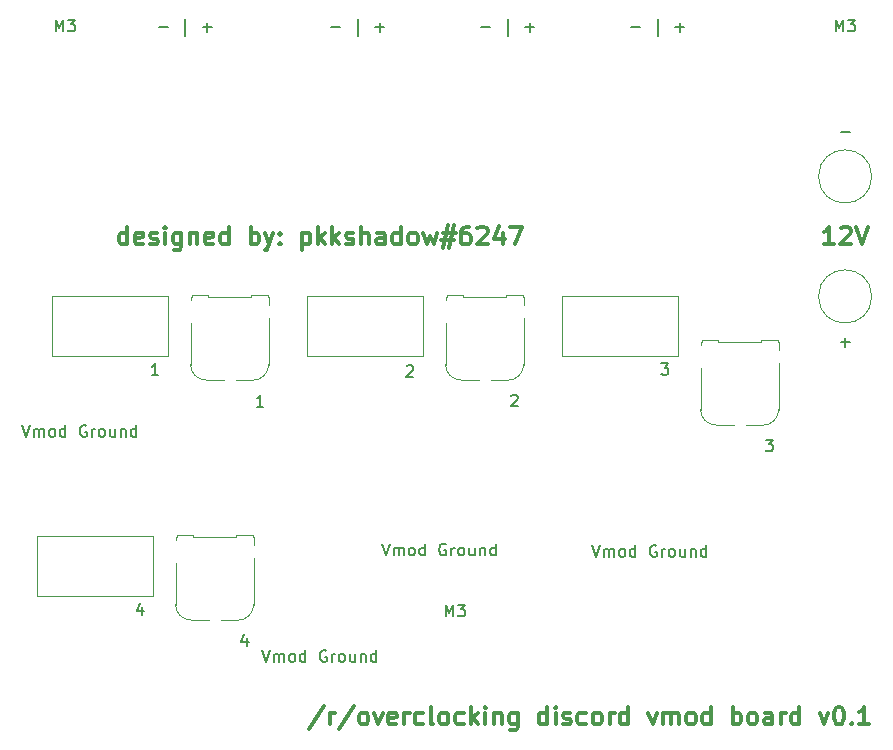
<source format=gbr>
G04 #@! TF.GenerationSoftware,KiCad,Pcbnew,(5.1.2)-1*
G04 #@! TF.CreationDate,2019-06-07T12:24:14-04:00*
G04 #@! TF.ProjectId,volt mod 2,766f6c74-206d-46f6-9420-322e6b696361,rev?*
G04 #@! TF.SameCoordinates,Original*
G04 #@! TF.FileFunction,Legend,Top*
G04 #@! TF.FilePolarity,Positive*
%FSLAX46Y46*%
G04 Gerber Fmt 4.6, Leading zero omitted, Abs format (unit mm)*
G04 Created by KiCad (PCBNEW (5.1.2)-1) date 2019-06-07 12:24:14*
%MOMM*%
%LPD*%
G04 APERTURE LIST*
%ADD10C,0.300000*%
%ADD11C,0.120000*%
%ADD12C,0.150000*%
G04 APERTURE END LIST*
D10*
X34478571Y-140378571D02*
X34478571Y-138878571D01*
X34478571Y-140307142D02*
X34335714Y-140378571D01*
X34050000Y-140378571D01*
X33907142Y-140307142D01*
X33835714Y-140235714D01*
X33764285Y-140092857D01*
X33764285Y-139664285D01*
X33835714Y-139521428D01*
X33907142Y-139450000D01*
X34050000Y-139378571D01*
X34335714Y-139378571D01*
X34478571Y-139450000D01*
X35764285Y-140307142D02*
X35621428Y-140378571D01*
X35335714Y-140378571D01*
X35192857Y-140307142D01*
X35121428Y-140164285D01*
X35121428Y-139592857D01*
X35192857Y-139450000D01*
X35335714Y-139378571D01*
X35621428Y-139378571D01*
X35764285Y-139450000D01*
X35835714Y-139592857D01*
X35835714Y-139735714D01*
X35121428Y-139878571D01*
X36407142Y-140307142D02*
X36550000Y-140378571D01*
X36835714Y-140378571D01*
X36978571Y-140307142D01*
X37050000Y-140164285D01*
X37050000Y-140092857D01*
X36978571Y-139950000D01*
X36835714Y-139878571D01*
X36621428Y-139878571D01*
X36478571Y-139807142D01*
X36407142Y-139664285D01*
X36407142Y-139592857D01*
X36478571Y-139450000D01*
X36621428Y-139378571D01*
X36835714Y-139378571D01*
X36978571Y-139450000D01*
X37692857Y-140378571D02*
X37692857Y-139378571D01*
X37692857Y-138878571D02*
X37621428Y-138950000D01*
X37692857Y-139021428D01*
X37764285Y-138950000D01*
X37692857Y-138878571D01*
X37692857Y-139021428D01*
X39050000Y-139378571D02*
X39050000Y-140592857D01*
X38978571Y-140735714D01*
X38907142Y-140807142D01*
X38764285Y-140878571D01*
X38550000Y-140878571D01*
X38407142Y-140807142D01*
X39050000Y-140307142D02*
X38907142Y-140378571D01*
X38621428Y-140378571D01*
X38478571Y-140307142D01*
X38407142Y-140235714D01*
X38335714Y-140092857D01*
X38335714Y-139664285D01*
X38407142Y-139521428D01*
X38478571Y-139450000D01*
X38621428Y-139378571D01*
X38907142Y-139378571D01*
X39050000Y-139450000D01*
X39764285Y-139378571D02*
X39764285Y-140378571D01*
X39764285Y-139521428D02*
X39835714Y-139450000D01*
X39978571Y-139378571D01*
X40192857Y-139378571D01*
X40335714Y-139450000D01*
X40407142Y-139592857D01*
X40407142Y-140378571D01*
X41692857Y-140307142D02*
X41550000Y-140378571D01*
X41264285Y-140378571D01*
X41121428Y-140307142D01*
X41050000Y-140164285D01*
X41050000Y-139592857D01*
X41121428Y-139450000D01*
X41264285Y-139378571D01*
X41550000Y-139378571D01*
X41692857Y-139450000D01*
X41764285Y-139592857D01*
X41764285Y-139735714D01*
X41050000Y-139878571D01*
X43050000Y-140378571D02*
X43050000Y-138878571D01*
X43050000Y-140307142D02*
X42907142Y-140378571D01*
X42621428Y-140378571D01*
X42478571Y-140307142D01*
X42407142Y-140235714D01*
X42335714Y-140092857D01*
X42335714Y-139664285D01*
X42407142Y-139521428D01*
X42478571Y-139450000D01*
X42621428Y-139378571D01*
X42907142Y-139378571D01*
X43050000Y-139450000D01*
X44907142Y-140378571D02*
X44907142Y-138878571D01*
X44907142Y-139450000D02*
X45050000Y-139378571D01*
X45335714Y-139378571D01*
X45478571Y-139450000D01*
X45550000Y-139521428D01*
X45621428Y-139664285D01*
X45621428Y-140092857D01*
X45550000Y-140235714D01*
X45478571Y-140307142D01*
X45335714Y-140378571D01*
X45050000Y-140378571D01*
X44907142Y-140307142D01*
X46121428Y-139378571D02*
X46478571Y-140378571D01*
X46835714Y-139378571D02*
X46478571Y-140378571D01*
X46335714Y-140735714D01*
X46264285Y-140807142D01*
X46121428Y-140878571D01*
X47407142Y-140235714D02*
X47478571Y-140307142D01*
X47407142Y-140378571D01*
X47335714Y-140307142D01*
X47407142Y-140235714D01*
X47407142Y-140378571D01*
X47407142Y-139450000D02*
X47478571Y-139521428D01*
X47407142Y-139592857D01*
X47335714Y-139521428D01*
X47407142Y-139450000D01*
X47407142Y-139592857D01*
X49264285Y-139378571D02*
X49264285Y-140878571D01*
X49264285Y-139450000D02*
X49407142Y-139378571D01*
X49692857Y-139378571D01*
X49835714Y-139450000D01*
X49907142Y-139521428D01*
X49978571Y-139664285D01*
X49978571Y-140092857D01*
X49907142Y-140235714D01*
X49835714Y-140307142D01*
X49692857Y-140378571D01*
X49407142Y-140378571D01*
X49264285Y-140307142D01*
X50621428Y-140378571D02*
X50621428Y-138878571D01*
X50764285Y-139807142D02*
X51192857Y-140378571D01*
X51192857Y-139378571D02*
X50621428Y-139950000D01*
X51835714Y-140378571D02*
X51835714Y-138878571D01*
X51978571Y-139807142D02*
X52407142Y-140378571D01*
X52407142Y-139378571D02*
X51835714Y-139950000D01*
X52978571Y-140307142D02*
X53121428Y-140378571D01*
X53407142Y-140378571D01*
X53550000Y-140307142D01*
X53621428Y-140164285D01*
X53621428Y-140092857D01*
X53550000Y-139950000D01*
X53407142Y-139878571D01*
X53192857Y-139878571D01*
X53050000Y-139807142D01*
X52978571Y-139664285D01*
X52978571Y-139592857D01*
X53050000Y-139450000D01*
X53192857Y-139378571D01*
X53407142Y-139378571D01*
X53550000Y-139450000D01*
X54264285Y-140378571D02*
X54264285Y-138878571D01*
X54907142Y-140378571D02*
X54907142Y-139592857D01*
X54835714Y-139450000D01*
X54692857Y-139378571D01*
X54478571Y-139378571D01*
X54335714Y-139450000D01*
X54264285Y-139521428D01*
X56264285Y-140378571D02*
X56264285Y-139592857D01*
X56192857Y-139450000D01*
X56050000Y-139378571D01*
X55764285Y-139378571D01*
X55621428Y-139450000D01*
X56264285Y-140307142D02*
X56121428Y-140378571D01*
X55764285Y-140378571D01*
X55621428Y-140307142D01*
X55550000Y-140164285D01*
X55550000Y-140021428D01*
X55621428Y-139878571D01*
X55764285Y-139807142D01*
X56121428Y-139807142D01*
X56264285Y-139735714D01*
X57621428Y-140378571D02*
X57621428Y-138878571D01*
X57621428Y-140307142D02*
X57478571Y-140378571D01*
X57192857Y-140378571D01*
X57050000Y-140307142D01*
X56978571Y-140235714D01*
X56907142Y-140092857D01*
X56907142Y-139664285D01*
X56978571Y-139521428D01*
X57050000Y-139450000D01*
X57192857Y-139378571D01*
X57478571Y-139378571D01*
X57621428Y-139450000D01*
X58550000Y-140378571D02*
X58407142Y-140307142D01*
X58335714Y-140235714D01*
X58264285Y-140092857D01*
X58264285Y-139664285D01*
X58335714Y-139521428D01*
X58407142Y-139450000D01*
X58550000Y-139378571D01*
X58764285Y-139378571D01*
X58907142Y-139450000D01*
X58978571Y-139521428D01*
X59050000Y-139664285D01*
X59050000Y-140092857D01*
X58978571Y-140235714D01*
X58907142Y-140307142D01*
X58764285Y-140378571D01*
X58550000Y-140378571D01*
X59550000Y-139378571D02*
X59835714Y-140378571D01*
X60121428Y-139664285D01*
X60407142Y-140378571D01*
X60692857Y-139378571D01*
X61192857Y-139378571D02*
X62264285Y-139378571D01*
X61621428Y-138735714D02*
X61192857Y-140664285D01*
X62121428Y-140021428D02*
X61050000Y-140021428D01*
X61692857Y-140664285D02*
X62121428Y-138735714D01*
X63407142Y-138878571D02*
X63121428Y-138878571D01*
X62978571Y-138950000D01*
X62907142Y-139021428D01*
X62764285Y-139235714D01*
X62692857Y-139521428D01*
X62692857Y-140092857D01*
X62764285Y-140235714D01*
X62835714Y-140307142D01*
X62978571Y-140378571D01*
X63264285Y-140378571D01*
X63407142Y-140307142D01*
X63478571Y-140235714D01*
X63550000Y-140092857D01*
X63550000Y-139735714D01*
X63478571Y-139592857D01*
X63407142Y-139521428D01*
X63264285Y-139450000D01*
X62978571Y-139450000D01*
X62835714Y-139521428D01*
X62764285Y-139592857D01*
X62692857Y-139735714D01*
X64121428Y-139021428D02*
X64192857Y-138950000D01*
X64335714Y-138878571D01*
X64692857Y-138878571D01*
X64835714Y-138950000D01*
X64907142Y-139021428D01*
X64978571Y-139164285D01*
X64978571Y-139307142D01*
X64907142Y-139521428D01*
X64050000Y-140378571D01*
X64978571Y-140378571D01*
X66264285Y-139378571D02*
X66264285Y-140378571D01*
X65907142Y-138807142D02*
X65550000Y-139878571D01*
X66478571Y-139878571D01*
X66907142Y-138878571D02*
X67907142Y-138878571D01*
X67264285Y-140378571D01*
X51159999Y-179447142D02*
X49874285Y-181375714D01*
X51659999Y-181018571D02*
X51659999Y-180018571D01*
X51659999Y-180304285D02*
X51731428Y-180161428D01*
X51802857Y-180090000D01*
X51945714Y-180018571D01*
X52088571Y-180018571D01*
X53659999Y-179447142D02*
X52374285Y-181375714D01*
X54374285Y-181018571D02*
X54231428Y-180947142D01*
X54159999Y-180875714D01*
X54088571Y-180732857D01*
X54088571Y-180304285D01*
X54159999Y-180161428D01*
X54231428Y-180090000D01*
X54374285Y-180018571D01*
X54588571Y-180018571D01*
X54731428Y-180090000D01*
X54802857Y-180161428D01*
X54874285Y-180304285D01*
X54874285Y-180732857D01*
X54802857Y-180875714D01*
X54731428Y-180947142D01*
X54588571Y-181018571D01*
X54374285Y-181018571D01*
X55374285Y-180018571D02*
X55731428Y-181018571D01*
X56088571Y-180018571D01*
X57231428Y-180947142D02*
X57088571Y-181018571D01*
X56802857Y-181018571D01*
X56659999Y-180947142D01*
X56588571Y-180804285D01*
X56588571Y-180232857D01*
X56659999Y-180090000D01*
X56802857Y-180018571D01*
X57088571Y-180018571D01*
X57231428Y-180090000D01*
X57302857Y-180232857D01*
X57302857Y-180375714D01*
X56588571Y-180518571D01*
X57945714Y-181018571D02*
X57945714Y-180018571D01*
X57945714Y-180304285D02*
X58017142Y-180161428D01*
X58088571Y-180090000D01*
X58231428Y-180018571D01*
X58374285Y-180018571D01*
X59517142Y-180947142D02*
X59374285Y-181018571D01*
X59088571Y-181018571D01*
X58945714Y-180947142D01*
X58874285Y-180875714D01*
X58802857Y-180732857D01*
X58802857Y-180304285D01*
X58874285Y-180161428D01*
X58945714Y-180090000D01*
X59088571Y-180018571D01*
X59374285Y-180018571D01*
X59517142Y-180090000D01*
X60374285Y-181018571D02*
X60231428Y-180947142D01*
X60159999Y-180804285D01*
X60159999Y-179518571D01*
X61159999Y-181018571D02*
X61017142Y-180947142D01*
X60945714Y-180875714D01*
X60874285Y-180732857D01*
X60874285Y-180304285D01*
X60945714Y-180161428D01*
X61017142Y-180090000D01*
X61159999Y-180018571D01*
X61374285Y-180018571D01*
X61517142Y-180090000D01*
X61588571Y-180161428D01*
X61659999Y-180304285D01*
X61659999Y-180732857D01*
X61588571Y-180875714D01*
X61517142Y-180947142D01*
X61374285Y-181018571D01*
X61159999Y-181018571D01*
X62945714Y-180947142D02*
X62802857Y-181018571D01*
X62517142Y-181018571D01*
X62374285Y-180947142D01*
X62302857Y-180875714D01*
X62231428Y-180732857D01*
X62231428Y-180304285D01*
X62302857Y-180161428D01*
X62374285Y-180090000D01*
X62517142Y-180018571D01*
X62802857Y-180018571D01*
X62945714Y-180090000D01*
X63588571Y-181018571D02*
X63588571Y-179518571D01*
X63731428Y-180447142D02*
X64159999Y-181018571D01*
X64159999Y-180018571D02*
X63588571Y-180590000D01*
X64802857Y-181018571D02*
X64802857Y-180018571D01*
X64802857Y-179518571D02*
X64731428Y-179590000D01*
X64802857Y-179661428D01*
X64874285Y-179590000D01*
X64802857Y-179518571D01*
X64802857Y-179661428D01*
X65517142Y-180018571D02*
X65517142Y-181018571D01*
X65517142Y-180161428D02*
X65588571Y-180090000D01*
X65731428Y-180018571D01*
X65945714Y-180018571D01*
X66088571Y-180090000D01*
X66159999Y-180232857D01*
X66159999Y-181018571D01*
X67517142Y-180018571D02*
X67517142Y-181232857D01*
X67445714Y-181375714D01*
X67374285Y-181447142D01*
X67231428Y-181518571D01*
X67017142Y-181518571D01*
X66874285Y-181447142D01*
X67517142Y-180947142D02*
X67374285Y-181018571D01*
X67088571Y-181018571D01*
X66945714Y-180947142D01*
X66874285Y-180875714D01*
X66802857Y-180732857D01*
X66802857Y-180304285D01*
X66874285Y-180161428D01*
X66945714Y-180090000D01*
X67088571Y-180018571D01*
X67374285Y-180018571D01*
X67517142Y-180090000D01*
X70017142Y-181018571D02*
X70017142Y-179518571D01*
X70017142Y-180947142D02*
X69874285Y-181018571D01*
X69588571Y-181018571D01*
X69445714Y-180947142D01*
X69374285Y-180875714D01*
X69302857Y-180732857D01*
X69302857Y-180304285D01*
X69374285Y-180161428D01*
X69445714Y-180090000D01*
X69588571Y-180018571D01*
X69874285Y-180018571D01*
X70017142Y-180090000D01*
X70731428Y-181018571D02*
X70731428Y-180018571D01*
X70731428Y-179518571D02*
X70660000Y-179590000D01*
X70731428Y-179661428D01*
X70802857Y-179590000D01*
X70731428Y-179518571D01*
X70731428Y-179661428D01*
X71374285Y-180947142D02*
X71517142Y-181018571D01*
X71802857Y-181018571D01*
X71945714Y-180947142D01*
X72017142Y-180804285D01*
X72017142Y-180732857D01*
X71945714Y-180590000D01*
X71802857Y-180518571D01*
X71588571Y-180518571D01*
X71445714Y-180447142D01*
X71374285Y-180304285D01*
X71374285Y-180232857D01*
X71445714Y-180090000D01*
X71588571Y-180018571D01*
X71802857Y-180018571D01*
X71945714Y-180090000D01*
X73302857Y-180947142D02*
X73160000Y-181018571D01*
X72874285Y-181018571D01*
X72731428Y-180947142D01*
X72660000Y-180875714D01*
X72588571Y-180732857D01*
X72588571Y-180304285D01*
X72660000Y-180161428D01*
X72731428Y-180090000D01*
X72874285Y-180018571D01*
X73160000Y-180018571D01*
X73302857Y-180090000D01*
X74160000Y-181018571D02*
X74017142Y-180947142D01*
X73945714Y-180875714D01*
X73874285Y-180732857D01*
X73874285Y-180304285D01*
X73945714Y-180161428D01*
X74017142Y-180090000D01*
X74160000Y-180018571D01*
X74374285Y-180018571D01*
X74517142Y-180090000D01*
X74588571Y-180161428D01*
X74660000Y-180304285D01*
X74660000Y-180732857D01*
X74588571Y-180875714D01*
X74517142Y-180947142D01*
X74374285Y-181018571D01*
X74160000Y-181018571D01*
X75302857Y-181018571D02*
X75302857Y-180018571D01*
X75302857Y-180304285D02*
X75374285Y-180161428D01*
X75445714Y-180090000D01*
X75588571Y-180018571D01*
X75731428Y-180018571D01*
X76874285Y-181018571D02*
X76874285Y-179518571D01*
X76874285Y-180947142D02*
X76731428Y-181018571D01*
X76445714Y-181018571D01*
X76302857Y-180947142D01*
X76231428Y-180875714D01*
X76160000Y-180732857D01*
X76160000Y-180304285D01*
X76231428Y-180161428D01*
X76302857Y-180090000D01*
X76445714Y-180018571D01*
X76731428Y-180018571D01*
X76874285Y-180090000D01*
X78588571Y-180018571D02*
X78945714Y-181018571D01*
X79302857Y-180018571D01*
X79874285Y-181018571D02*
X79874285Y-180018571D01*
X79874285Y-180161428D02*
X79945714Y-180090000D01*
X80088571Y-180018571D01*
X80302857Y-180018571D01*
X80445714Y-180090000D01*
X80517142Y-180232857D01*
X80517142Y-181018571D01*
X80517142Y-180232857D02*
X80588571Y-180090000D01*
X80731428Y-180018571D01*
X80945714Y-180018571D01*
X81088571Y-180090000D01*
X81160000Y-180232857D01*
X81160000Y-181018571D01*
X82088571Y-181018571D02*
X81945714Y-180947142D01*
X81874285Y-180875714D01*
X81802857Y-180732857D01*
X81802857Y-180304285D01*
X81874285Y-180161428D01*
X81945714Y-180090000D01*
X82088571Y-180018571D01*
X82302857Y-180018571D01*
X82445714Y-180090000D01*
X82517142Y-180161428D01*
X82588571Y-180304285D01*
X82588571Y-180732857D01*
X82517142Y-180875714D01*
X82445714Y-180947142D01*
X82302857Y-181018571D01*
X82088571Y-181018571D01*
X83874285Y-181018571D02*
X83874285Y-179518571D01*
X83874285Y-180947142D02*
X83731428Y-181018571D01*
X83445714Y-181018571D01*
X83302857Y-180947142D01*
X83231428Y-180875714D01*
X83160000Y-180732857D01*
X83160000Y-180304285D01*
X83231428Y-180161428D01*
X83302857Y-180090000D01*
X83445714Y-180018571D01*
X83731428Y-180018571D01*
X83874285Y-180090000D01*
X85731428Y-181018571D02*
X85731428Y-179518571D01*
X85731428Y-180090000D02*
X85874285Y-180018571D01*
X86160000Y-180018571D01*
X86302857Y-180090000D01*
X86374285Y-180161428D01*
X86445714Y-180304285D01*
X86445714Y-180732857D01*
X86374285Y-180875714D01*
X86302857Y-180947142D01*
X86160000Y-181018571D01*
X85874285Y-181018571D01*
X85731428Y-180947142D01*
X87302857Y-181018571D02*
X87160000Y-180947142D01*
X87088571Y-180875714D01*
X87017142Y-180732857D01*
X87017142Y-180304285D01*
X87088571Y-180161428D01*
X87160000Y-180090000D01*
X87302857Y-180018571D01*
X87517142Y-180018571D01*
X87660000Y-180090000D01*
X87731428Y-180161428D01*
X87802857Y-180304285D01*
X87802857Y-180732857D01*
X87731428Y-180875714D01*
X87660000Y-180947142D01*
X87517142Y-181018571D01*
X87302857Y-181018571D01*
X89088571Y-181018571D02*
X89088571Y-180232857D01*
X89017142Y-180090000D01*
X88874285Y-180018571D01*
X88588571Y-180018571D01*
X88445714Y-180090000D01*
X89088571Y-180947142D02*
X88945714Y-181018571D01*
X88588571Y-181018571D01*
X88445714Y-180947142D01*
X88374285Y-180804285D01*
X88374285Y-180661428D01*
X88445714Y-180518571D01*
X88588571Y-180447142D01*
X88945714Y-180447142D01*
X89088571Y-180375714D01*
X89802857Y-181018571D02*
X89802857Y-180018571D01*
X89802857Y-180304285D02*
X89874285Y-180161428D01*
X89945714Y-180090000D01*
X90088571Y-180018571D01*
X90231428Y-180018571D01*
X91374285Y-181018571D02*
X91374285Y-179518571D01*
X91374285Y-180947142D02*
X91231428Y-181018571D01*
X90945714Y-181018571D01*
X90802857Y-180947142D01*
X90731428Y-180875714D01*
X90660000Y-180732857D01*
X90660000Y-180304285D01*
X90731428Y-180161428D01*
X90802857Y-180090000D01*
X90945714Y-180018571D01*
X91231428Y-180018571D01*
X91374285Y-180090000D01*
X93088571Y-180018571D02*
X93445714Y-181018571D01*
X93802857Y-180018571D01*
X94660000Y-179518571D02*
X94802857Y-179518571D01*
X94945714Y-179590000D01*
X95017142Y-179661428D01*
X95088571Y-179804285D01*
X95160000Y-180090000D01*
X95160000Y-180447142D01*
X95088571Y-180732857D01*
X95017142Y-180875714D01*
X94945714Y-180947142D01*
X94802857Y-181018571D01*
X94660000Y-181018571D01*
X94517142Y-180947142D01*
X94445714Y-180875714D01*
X94374285Y-180732857D01*
X94302857Y-180447142D01*
X94302857Y-180090000D01*
X94374285Y-179804285D01*
X94445714Y-179661428D01*
X94517142Y-179590000D01*
X94660000Y-179518571D01*
X95802857Y-180875714D02*
X95874285Y-180947142D01*
X95802857Y-181018571D01*
X95731428Y-180947142D01*
X95802857Y-180875714D01*
X95802857Y-181018571D01*
X97302857Y-181018571D02*
X96445714Y-181018571D01*
X96874285Y-181018571D02*
X96874285Y-179518571D01*
X96731428Y-179732857D01*
X96588571Y-179875714D01*
X96445714Y-179947142D01*
X94321428Y-140378571D02*
X93464285Y-140378571D01*
X93892857Y-140378571D02*
X93892857Y-138878571D01*
X93750000Y-139092857D01*
X93607142Y-139235714D01*
X93464285Y-139307142D01*
X94892857Y-139021428D02*
X94964285Y-138950000D01*
X95107142Y-138878571D01*
X95464285Y-138878571D01*
X95607142Y-138950000D01*
X95678571Y-139021428D01*
X95750000Y-139164285D01*
X95750000Y-139307142D01*
X95678571Y-139521428D01*
X94821428Y-140378571D01*
X95750000Y-140378571D01*
X96178571Y-138878571D02*
X96678571Y-140378571D01*
X97178571Y-138878571D01*
D11*
X36635000Y-170170000D02*
X26865000Y-170170000D01*
X36635000Y-165100000D02*
X26865000Y-165100000D01*
X36635000Y-170170000D02*
X36635000Y-165100000D01*
X26865000Y-170170000D02*
X26865000Y-165100000D01*
X81085000Y-149850000D02*
X71315000Y-149850000D01*
X81085000Y-144780000D02*
X71315000Y-144780000D01*
X81085000Y-149850000D02*
X81085000Y-144780000D01*
X71315000Y-149850000D02*
X71315000Y-144780000D01*
X59495000Y-149850000D02*
X49725000Y-149850000D01*
X59495000Y-144780000D02*
X49725000Y-144780000D01*
X59495000Y-149850000D02*
X59495000Y-144780000D01*
X49725000Y-149850000D02*
X49725000Y-144780000D01*
X28135000Y-149850000D02*
X28135000Y-144780000D01*
X37905000Y-149850000D02*
X37905000Y-144780000D01*
X37905000Y-144780000D02*
X28135000Y-144780000D01*
X37905000Y-149850000D02*
X28135000Y-149850000D01*
X45180000Y-165160000D02*
X45180000Y-165850000D01*
X45080000Y-165160000D02*
X45180000Y-165160000D01*
X38560000Y-165160000D02*
X38560000Y-165410000D01*
X38660000Y-165160000D02*
X38560000Y-165160000D01*
X38660000Y-164960000D02*
X38660000Y-165160000D01*
X40080000Y-165160000D02*
X40080000Y-164960000D01*
X45180000Y-170870000D02*
G75*
G02X43870000Y-172180000I-1310000J0D01*
G01*
X39870000Y-172180000D02*
G75*
G02X38560000Y-170870000I0J1310000D01*
G01*
X43870000Y-172180000D02*
X42380000Y-172180000D01*
X45180000Y-166890000D02*
X45180000Y-170870000D01*
X38560000Y-170870000D02*
X38560000Y-167330000D01*
X41360000Y-172180000D02*
X39870000Y-172180000D01*
X45080000Y-164960000D02*
X45080000Y-165160000D01*
X43660000Y-164960000D02*
X45080000Y-164960000D01*
X43660000Y-165160000D02*
X43660000Y-164960000D01*
X40080000Y-165160000D02*
X43660000Y-165160000D01*
X38660000Y-164960000D02*
X40080000Y-164960000D01*
X89630000Y-148650000D02*
X89630000Y-149340000D01*
X89530000Y-148650000D02*
X89630000Y-148650000D01*
X83010000Y-148650000D02*
X83010000Y-148900000D01*
X83110000Y-148650000D02*
X83010000Y-148650000D01*
X83110000Y-148450000D02*
X83110000Y-148650000D01*
X84530000Y-148650000D02*
X84530000Y-148450000D01*
X89630000Y-154360000D02*
G75*
G02X88320000Y-155670000I-1310000J0D01*
G01*
X84320000Y-155670000D02*
G75*
G02X83010000Y-154360000I0J1310000D01*
G01*
X88320000Y-155670000D02*
X86830000Y-155670000D01*
X89630000Y-150380000D02*
X89630000Y-154360000D01*
X83010000Y-154360000D02*
X83010000Y-150820000D01*
X85810000Y-155670000D02*
X84320000Y-155670000D01*
X89530000Y-148450000D02*
X89530000Y-148650000D01*
X88110000Y-148450000D02*
X89530000Y-148450000D01*
X88110000Y-148650000D02*
X88110000Y-148450000D01*
X84530000Y-148650000D02*
X88110000Y-148650000D01*
X83110000Y-148450000D02*
X84530000Y-148450000D01*
X68040000Y-144840000D02*
X68040000Y-145530000D01*
X67940000Y-144840000D02*
X68040000Y-144840000D01*
X61420000Y-144840000D02*
X61420000Y-145090000D01*
X61520000Y-144840000D02*
X61420000Y-144840000D01*
X61520000Y-144640000D02*
X61520000Y-144840000D01*
X62940000Y-144840000D02*
X62940000Y-144640000D01*
X68040000Y-150550000D02*
G75*
G02X66730000Y-151860000I-1310000J0D01*
G01*
X62730000Y-151860000D02*
G75*
G02X61420000Y-150550000I0J1310000D01*
G01*
X66730000Y-151860000D02*
X65240000Y-151860000D01*
X68040000Y-146570000D02*
X68040000Y-150550000D01*
X61420000Y-150550000D02*
X61420000Y-147010000D01*
X64220000Y-151860000D02*
X62730000Y-151860000D01*
X67940000Y-144640000D02*
X67940000Y-144840000D01*
X66520000Y-144640000D02*
X67940000Y-144640000D01*
X66520000Y-144840000D02*
X66520000Y-144640000D01*
X62940000Y-144840000D02*
X66520000Y-144840000D01*
X61520000Y-144640000D02*
X62940000Y-144640000D01*
X97500000Y-144780000D02*
G75*
G03X97500000Y-144780000I-2250000J0D01*
G01*
X39930000Y-144640000D02*
X41350000Y-144640000D01*
X41350000Y-144840000D02*
X44930000Y-144840000D01*
X44930000Y-144840000D02*
X44930000Y-144640000D01*
X44930000Y-144640000D02*
X46350000Y-144640000D01*
X46350000Y-144640000D02*
X46350000Y-144840000D01*
X42630000Y-151860000D02*
X41140000Y-151860000D01*
X39830000Y-150550000D02*
X39830000Y-147010000D01*
X46450000Y-146570000D02*
X46450000Y-150550000D01*
X45140000Y-151860000D02*
X43650000Y-151860000D01*
X41140000Y-151860000D02*
G75*
G02X39830000Y-150550000I0J1310000D01*
G01*
X46450000Y-150550000D02*
G75*
G02X45140000Y-151860000I-1310000J0D01*
G01*
X41350000Y-144840000D02*
X41350000Y-144640000D01*
X39930000Y-144640000D02*
X39930000Y-144840000D01*
X39930000Y-144840000D02*
X39830000Y-144840000D01*
X39830000Y-144840000D02*
X39830000Y-145090000D01*
X46350000Y-144840000D02*
X46450000Y-144840000D01*
X46450000Y-144840000D02*
X46450000Y-145530000D01*
X97500000Y-134620000D02*
G75*
G03X97500000Y-134620000I-2250000J0D01*
G01*
D12*
X73835238Y-165822380D02*
X74168571Y-166822380D01*
X74501904Y-165822380D01*
X74835238Y-166822380D02*
X74835238Y-166155714D01*
X74835238Y-166250952D02*
X74882857Y-166203333D01*
X74978095Y-166155714D01*
X75120952Y-166155714D01*
X75216190Y-166203333D01*
X75263809Y-166298571D01*
X75263809Y-166822380D01*
X75263809Y-166298571D02*
X75311428Y-166203333D01*
X75406666Y-166155714D01*
X75549523Y-166155714D01*
X75644761Y-166203333D01*
X75692380Y-166298571D01*
X75692380Y-166822380D01*
X76311428Y-166822380D02*
X76216190Y-166774761D01*
X76168571Y-166727142D01*
X76120952Y-166631904D01*
X76120952Y-166346190D01*
X76168571Y-166250952D01*
X76216190Y-166203333D01*
X76311428Y-166155714D01*
X76454285Y-166155714D01*
X76549523Y-166203333D01*
X76597142Y-166250952D01*
X76644761Y-166346190D01*
X76644761Y-166631904D01*
X76597142Y-166727142D01*
X76549523Y-166774761D01*
X76454285Y-166822380D01*
X76311428Y-166822380D01*
X77501904Y-166822380D02*
X77501904Y-165822380D01*
X77501904Y-166774761D02*
X77406666Y-166822380D01*
X77216190Y-166822380D01*
X77120952Y-166774761D01*
X77073333Y-166727142D01*
X77025714Y-166631904D01*
X77025714Y-166346190D01*
X77073333Y-166250952D01*
X77120952Y-166203333D01*
X77216190Y-166155714D01*
X77406666Y-166155714D01*
X77501904Y-166203333D01*
X79263809Y-165870000D02*
X79168571Y-165822380D01*
X79025714Y-165822380D01*
X78882857Y-165870000D01*
X78787619Y-165965238D01*
X78740000Y-166060476D01*
X78692380Y-166250952D01*
X78692380Y-166393809D01*
X78740000Y-166584285D01*
X78787619Y-166679523D01*
X78882857Y-166774761D01*
X79025714Y-166822380D01*
X79120952Y-166822380D01*
X79263809Y-166774761D01*
X79311428Y-166727142D01*
X79311428Y-166393809D01*
X79120952Y-166393809D01*
X79740000Y-166822380D02*
X79740000Y-166155714D01*
X79740000Y-166346190D02*
X79787619Y-166250952D01*
X79835238Y-166203333D01*
X79930476Y-166155714D01*
X80025714Y-166155714D01*
X80501904Y-166822380D02*
X80406666Y-166774761D01*
X80359047Y-166727142D01*
X80311428Y-166631904D01*
X80311428Y-166346190D01*
X80359047Y-166250952D01*
X80406666Y-166203333D01*
X80501904Y-166155714D01*
X80644761Y-166155714D01*
X80740000Y-166203333D01*
X80787619Y-166250952D01*
X80835238Y-166346190D01*
X80835238Y-166631904D01*
X80787619Y-166727142D01*
X80740000Y-166774761D01*
X80644761Y-166822380D01*
X80501904Y-166822380D01*
X81692380Y-166155714D02*
X81692380Y-166822380D01*
X81263809Y-166155714D02*
X81263809Y-166679523D01*
X81311428Y-166774761D01*
X81406666Y-166822380D01*
X81549523Y-166822380D01*
X81644761Y-166774761D01*
X81692380Y-166727142D01*
X82168571Y-166155714D02*
X82168571Y-166822380D01*
X82168571Y-166250952D02*
X82216190Y-166203333D01*
X82311428Y-166155714D01*
X82454285Y-166155714D01*
X82549523Y-166203333D01*
X82597142Y-166298571D01*
X82597142Y-166822380D01*
X83501904Y-166822380D02*
X83501904Y-165822380D01*
X83501904Y-166774761D02*
X83406666Y-166822380D01*
X83216190Y-166822380D01*
X83120952Y-166774761D01*
X83073333Y-166727142D01*
X83025714Y-166631904D01*
X83025714Y-166346190D01*
X83073333Y-166250952D01*
X83120952Y-166203333D01*
X83216190Y-166155714D01*
X83406666Y-166155714D01*
X83501904Y-166203333D01*
X56017138Y-165713160D02*
X56350471Y-166713160D01*
X56683804Y-165713160D01*
X57017138Y-166713160D02*
X57017138Y-166046494D01*
X57017138Y-166141732D02*
X57064757Y-166094113D01*
X57159995Y-166046494D01*
X57302852Y-166046494D01*
X57398090Y-166094113D01*
X57445709Y-166189351D01*
X57445709Y-166713160D01*
X57445709Y-166189351D02*
X57493328Y-166094113D01*
X57588566Y-166046494D01*
X57731423Y-166046494D01*
X57826661Y-166094113D01*
X57874280Y-166189351D01*
X57874280Y-166713160D01*
X58493328Y-166713160D02*
X58398090Y-166665541D01*
X58350471Y-166617922D01*
X58302852Y-166522684D01*
X58302852Y-166236970D01*
X58350471Y-166141732D01*
X58398090Y-166094113D01*
X58493328Y-166046494D01*
X58636185Y-166046494D01*
X58731423Y-166094113D01*
X58779042Y-166141732D01*
X58826661Y-166236970D01*
X58826661Y-166522684D01*
X58779042Y-166617922D01*
X58731423Y-166665541D01*
X58636185Y-166713160D01*
X58493328Y-166713160D01*
X59683804Y-166713160D02*
X59683804Y-165713160D01*
X59683804Y-166665541D02*
X59588566Y-166713160D01*
X59398090Y-166713160D01*
X59302852Y-166665541D01*
X59255233Y-166617922D01*
X59207614Y-166522684D01*
X59207614Y-166236970D01*
X59255233Y-166141732D01*
X59302852Y-166094113D01*
X59398090Y-166046494D01*
X59588566Y-166046494D01*
X59683804Y-166094113D01*
X61445709Y-165760780D02*
X61350471Y-165713160D01*
X61207614Y-165713160D01*
X61064757Y-165760780D01*
X60969519Y-165856018D01*
X60921900Y-165951256D01*
X60874280Y-166141732D01*
X60874280Y-166284589D01*
X60921900Y-166475065D01*
X60969519Y-166570303D01*
X61064757Y-166665541D01*
X61207614Y-166713160D01*
X61302852Y-166713160D01*
X61445709Y-166665541D01*
X61493328Y-166617922D01*
X61493328Y-166284589D01*
X61302852Y-166284589D01*
X61921900Y-166713160D02*
X61921900Y-166046494D01*
X61921900Y-166236970D02*
X61969519Y-166141732D01*
X62017138Y-166094113D01*
X62112376Y-166046494D01*
X62207614Y-166046494D01*
X62683804Y-166713160D02*
X62588566Y-166665541D01*
X62540947Y-166617922D01*
X62493328Y-166522684D01*
X62493328Y-166236970D01*
X62540947Y-166141732D01*
X62588566Y-166094113D01*
X62683804Y-166046494D01*
X62826661Y-166046494D01*
X62921900Y-166094113D01*
X62969519Y-166141732D01*
X63017138Y-166236970D01*
X63017138Y-166522684D01*
X62969519Y-166617922D01*
X62921900Y-166665541D01*
X62826661Y-166713160D01*
X62683804Y-166713160D01*
X63874280Y-166046494D02*
X63874280Y-166713160D01*
X63445709Y-166046494D02*
X63445709Y-166570303D01*
X63493328Y-166665541D01*
X63588566Y-166713160D01*
X63731423Y-166713160D01*
X63826661Y-166665541D01*
X63874280Y-166617922D01*
X64350471Y-166046494D02*
X64350471Y-166713160D01*
X64350471Y-166141732D02*
X64398090Y-166094113D01*
X64493328Y-166046494D01*
X64636185Y-166046494D01*
X64731423Y-166094113D01*
X64779042Y-166189351D01*
X64779042Y-166713160D01*
X65683804Y-166713160D02*
X65683804Y-165713160D01*
X65683804Y-166665541D02*
X65588566Y-166713160D01*
X65398090Y-166713160D01*
X65302852Y-166665541D01*
X65255233Y-166617922D01*
X65207614Y-166522684D01*
X65207614Y-166236970D01*
X65255233Y-166141732D01*
X65302852Y-166094113D01*
X65398090Y-166046494D01*
X65588566Y-166046494D01*
X65683804Y-166094113D01*
X25575238Y-155662380D02*
X25908571Y-156662380D01*
X26241904Y-155662380D01*
X26575238Y-156662380D02*
X26575238Y-155995714D01*
X26575238Y-156090952D02*
X26622857Y-156043333D01*
X26718095Y-155995714D01*
X26860952Y-155995714D01*
X26956190Y-156043333D01*
X27003809Y-156138571D01*
X27003809Y-156662380D01*
X27003809Y-156138571D02*
X27051428Y-156043333D01*
X27146666Y-155995714D01*
X27289523Y-155995714D01*
X27384761Y-156043333D01*
X27432380Y-156138571D01*
X27432380Y-156662380D01*
X28051428Y-156662380D02*
X27956190Y-156614761D01*
X27908571Y-156567142D01*
X27860952Y-156471904D01*
X27860952Y-156186190D01*
X27908571Y-156090952D01*
X27956190Y-156043333D01*
X28051428Y-155995714D01*
X28194285Y-155995714D01*
X28289523Y-156043333D01*
X28337142Y-156090952D01*
X28384761Y-156186190D01*
X28384761Y-156471904D01*
X28337142Y-156567142D01*
X28289523Y-156614761D01*
X28194285Y-156662380D01*
X28051428Y-156662380D01*
X29241904Y-156662380D02*
X29241904Y-155662380D01*
X29241904Y-156614761D02*
X29146666Y-156662380D01*
X28956190Y-156662380D01*
X28860952Y-156614761D01*
X28813333Y-156567142D01*
X28765714Y-156471904D01*
X28765714Y-156186190D01*
X28813333Y-156090952D01*
X28860952Y-156043333D01*
X28956190Y-155995714D01*
X29146666Y-155995714D01*
X29241904Y-156043333D01*
X31003809Y-155710000D02*
X30908571Y-155662380D01*
X30765714Y-155662380D01*
X30622857Y-155710000D01*
X30527619Y-155805238D01*
X30480000Y-155900476D01*
X30432380Y-156090952D01*
X30432380Y-156233809D01*
X30480000Y-156424285D01*
X30527619Y-156519523D01*
X30622857Y-156614761D01*
X30765714Y-156662380D01*
X30860952Y-156662380D01*
X31003809Y-156614761D01*
X31051428Y-156567142D01*
X31051428Y-156233809D01*
X30860952Y-156233809D01*
X31480000Y-156662380D02*
X31480000Y-155995714D01*
X31480000Y-156186190D02*
X31527619Y-156090952D01*
X31575238Y-156043333D01*
X31670476Y-155995714D01*
X31765714Y-155995714D01*
X32241904Y-156662380D02*
X32146666Y-156614761D01*
X32099047Y-156567142D01*
X32051428Y-156471904D01*
X32051428Y-156186190D01*
X32099047Y-156090952D01*
X32146666Y-156043333D01*
X32241904Y-155995714D01*
X32384761Y-155995714D01*
X32480000Y-156043333D01*
X32527619Y-156090952D01*
X32575238Y-156186190D01*
X32575238Y-156471904D01*
X32527619Y-156567142D01*
X32480000Y-156614761D01*
X32384761Y-156662380D01*
X32241904Y-156662380D01*
X33432380Y-155995714D02*
X33432380Y-156662380D01*
X33003809Y-155995714D02*
X33003809Y-156519523D01*
X33051428Y-156614761D01*
X33146666Y-156662380D01*
X33289523Y-156662380D01*
X33384761Y-156614761D01*
X33432380Y-156567142D01*
X33908571Y-155995714D02*
X33908571Y-156662380D01*
X33908571Y-156090952D02*
X33956190Y-156043333D01*
X34051428Y-155995714D01*
X34194285Y-155995714D01*
X34289523Y-156043333D01*
X34337142Y-156138571D01*
X34337142Y-156662380D01*
X35241904Y-156662380D02*
X35241904Y-155662380D01*
X35241904Y-156614761D02*
X35146666Y-156662380D01*
X34956190Y-156662380D01*
X34860952Y-156614761D01*
X34813333Y-156567142D01*
X34765714Y-156471904D01*
X34765714Y-156186190D01*
X34813333Y-156090952D01*
X34860952Y-156043333D01*
X34956190Y-155995714D01*
X35146666Y-155995714D01*
X35241904Y-156043333D01*
X45895238Y-174712380D02*
X46228571Y-175712380D01*
X46561904Y-174712380D01*
X46895238Y-175712380D02*
X46895238Y-175045714D01*
X46895238Y-175140952D02*
X46942857Y-175093333D01*
X47038095Y-175045714D01*
X47180952Y-175045714D01*
X47276190Y-175093333D01*
X47323809Y-175188571D01*
X47323809Y-175712380D01*
X47323809Y-175188571D02*
X47371428Y-175093333D01*
X47466666Y-175045714D01*
X47609523Y-175045714D01*
X47704761Y-175093333D01*
X47752380Y-175188571D01*
X47752380Y-175712380D01*
X48371428Y-175712380D02*
X48276190Y-175664761D01*
X48228571Y-175617142D01*
X48180952Y-175521904D01*
X48180952Y-175236190D01*
X48228571Y-175140952D01*
X48276190Y-175093333D01*
X48371428Y-175045714D01*
X48514285Y-175045714D01*
X48609523Y-175093333D01*
X48657142Y-175140952D01*
X48704761Y-175236190D01*
X48704761Y-175521904D01*
X48657142Y-175617142D01*
X48609523Y-175664761D01*
X48514285Y-175712380D01*
X48371428Y-175712380D01*
X49561904Y-175712380D02*
X49561904Y-174712380D01*
X49561904Y-175664761D02*
X49466666Y-175712380D01*
X49276190Y-175712380D01*
X49180952Y-175664761D01*
X49133333Y-175617142D01*
X49085714Y-175521904D01*
X49085714Y-175236190D01*
X49133333Y-175140952D01*
X49180952Y-175093333D01*
X49276190Y-175045714D01*
X49466666Y-175045714D01*
X49561904Y-175093333D01*
X51323809Y-174760000D02*
X51228571Y-174712380D01*
X51085714Y-174712380D01*
X50942857Y-174760000D01*
X50847619Y-174855238D01*
X50800000Y-174950476D01*
X50752380Y-175140952D01*
X50752380Y-175283809D01*
X50800000Y-175474285D01*
X50847619Y-175569523D01*
X50942857Y-175664761D01*
X51085714Y-175712380D01*
X51180952Y-175712380D01*
X51323809Y-175664761D01*
X51371428Y-175617142D01*
X51371428Y-175283809D01*
X51180952Y-175283809D01*
X51800000Y-175712380D02*
X51800000Y-175045714D01*
X51800000Y-175236190D02*
X51847619Y-175140952D01*
X51895238Y-175093333D01*
X51990476Y-175045714D01*
X52085714Y-175045714D01*
X52561904Y-175712380D02*
X52466666Y-175664761D01*
X52419047Y-175617142D01*
X52371428Y-175521904D01*
X52371428Y-175236190D01*
X52419047Y-175140952D01*
X52466666Y-175093333D01*
X52561904Y-175045714D01*
X52704761Y-175045714D01*
X52800000Y-175093333D01*
X52847619Y-175140952D01*
X52895238Y-175236190D01*
X52895238Y-175521904D01*
X52847619Y-175617142D01*
X52800000Y-175664761D01*
X52704761Y-175712380D01*
X52561904Y-175712380D01*
X53752380Y-175045714D02*
X53752380Y-175712380D01*
X53323809Y-175045714D02*
X53323809Y-175569523D01*
X53371428Y-175664761D01*
X53466666Y-175712380D01*
X53609523Y-175712380D01*
X53704761Y-175664761D01*
X53752380Y-175617142D01*
X54228571Y-175045714D02*
X54228571Y-175712380D01*
X54228571Y-175140952D02*
X54276190Y-175093333D01*
X54371428Y-175045714D01*
X54514285Y-175045714D01*
X54609523Y-175093333D01*
X54657142Y-175188571D01*
X54657142Y-175712380D01*
X55561904Y-175712380D02*
X55561904Y-174712380D01*
X55561904Y-175664761D02*
X55466666Y-175712380D01*
X55276190Y-175712380D01*
X55180952Y-175664761D01*
X55133333Y-175617142D01*
X55085714Y-175521904D01*
X55085714Y-175236190D01*
X55133333Y-175140952D01*
X55180952Y-175093333D01*
X55276190Y-175045714D01*
X55466666Y-175045714D01*
X55561904Y-175093333D01*
X61420476Y-171862380D02*
X61420476Y-170862380D01*
X61753809Y-171576666D01*
X62087142Y-170862380D01*
X62087142Y-171862380D01*
X62468095Y-170862380D02*
X63087142Y-170862380D01*
X62753809Y-171243333D01*
X62896666Y-171243333D01*
X62991904Y-171290952D01*
X63039523Y-171338571D01*
X63087142Y-171433809D01*
X63087142Y-171671904D01*
X63039523Y-171767142D01*
X62991904Y-171814761D01*
X62896666Y-171862380D01*
X62610952Y-171862380D01*
X62515714Y-171814761D01*
X62468095Y-171767142D01*
X94440476Y-122332380D02*
X94440476Y-121332380D01*
X94773809Y-122046666D01*
X95107142Y-121332380D01*
X95107142Y-122332380D01*
X95488095Y-121332380D02*
X96107142Y-121332380D01*
X95773809Y-121713333D01*
X95916666Y-121713333D01*
X96011904Y-121760952D01*
X96059523Y-121808571D01*
X96107142Y-121903809D01*
X96107142Y-122141904D01*
X96059523Y-122237142D01*
X96011904Y-122284761D01*
X95916666Y-122332380D01*
X95630952Y-122332380D01*
X95535714Y-122284761D01*
X95488095Y-122237142D01*
X28400476Y-122332380D02*
X28400476Y-121332380D01*
X28733809Y-122046666D01*
X29067142Y-121332380D01*
X29067142Y-122332380D01*
X29448095Y-121332380D02*
X30067142Y-121332380D01*
X29733809Y-121713333D01*
X29876666Y-121713333D01*
X29971904Y-121760952D01*
X30019523Y-121808571D01*
X30067142Y-121903809D01*
X30067142Y-122141904D01*
X30019523Y-122237142D01*
X29971904Y-122284761D01*
X29876666Y-122332380D01*
X29590952Y-122332380D01*
X29495714Y-122284761D01*
X29448095Y-122237142D01*
X35750476Y-171085714D02*
X35750476Y-171752380D01*
X35512380Y-170704761D02*
X35274285Y-171419047D01*
X35893333Y-171419047D01*
X79676666Y-150432380D02*
X80295714Y-150432380D01*
X79962380Y-150813333D01*
X80105238Y-150813333D01*
X80200476Y-150860952D01*
X80248095Y-150908571D01*
X80295714Y-151003809D01*
X80295714Y-151241904D01*
X80248095Y-151337142D01*
X80200476Y-151384761D01*
X80105238Y-151432380D01*
X79819523Y-151432380D01*
X79724285Y-151384761D01*
X79676666Y-151337142D01*
X58134285Y-150677619D02*
X58181904Y-150630000D01*
X58277142Y-150582380D01*
X58515238Y-150582380D01*
X58610476Y-150630000D01*
X58658095Y-150677619D01*
X58705714Y-150772857D01*
X58705714Y-150868095D01*
X58658095Y-151010952D01*
X58086666Y-151582380D01*
X58705714Y-151582380D01*
X37115714Y-151432380D02*
X36544285Y-151432380D01*
X36830000Y-151432380D02*
X36830000Y-150432380D01*
X36734761Y-150575238D01*
X36639523Y-150670476D01*
X36544285Y-150718095D01*
X44600476Y-173735714D02*
X44600476Y-174402380D01*
X44362380Y-173354761D02*
X44124285Y-174069047D01*
X44743333Y-174069047D01*
X88526666Y-156892380D02*
X89145714Y-156892380D01*
X88812380Y-157273333D01*
X88955238Y-157273333D01*
X89050476Y-157320952D01*
X89098095Y-157368571D01*
X89145714Y-157463809D01*
X89145714Y-157701904D01*
X89098095Y-157797142D01*
X89050476Y-157844761D01*
X88955238Y-157892380D01*
X88669523Y-157892380D01*
X88574285Y-157844761D01*
X88526666Y-157797142D01*
X66984285Y-153177619D02*
X67031904Y-153130000D01*
X67127142Y-153082380D01*
X67365238Y-153082380D01*
X67460476Y-153130000D01*
X67508095Y-153177619D01*
X67555714Y-153272857D01*
X67555714Y-153368095D01*
X67508095Y-153510952D01*
X66936666Y-154082380D01*
X67555714Y-154082380D01*
X94869047Y-148661428D02*
X95630952Y-148661428D01*
X95250000Y-149042380D02*
X95250000Y-148280476D01*
X46005714Y-154122380D02*
X45434285Y-154122380D01*
X45720000Y-154122380D02*
X45720000Y-153122380D01*
X45624761Y-153265238D01*
X45529523Y-153360476D01*
X45434285Y-153408095D01*
X94869047Y-130881428D02*
X95630952Y-130881428D01*
X77136904Y-121991428D02*
X77898809Y-121991428D01*
X79375000Y-122705714D02*
X79375000Y-121277142D01*
X80851190Y-121991428D02*
X81613095Y-121991428D01*
X81232142Y-122372380D02*
X81232142Y-121610476D01*
X64436904Y-121991428D02*
X65198809Y-121991428D01*
X66675000Y-122705714D02*
X66675000Y-121277142D01*
X68151190Y-121991428D02*
X68913095Y-121991428D01*
X68532142Y-122372380D02*
X68532142Y-121610476D01*
X51736904Y-121991428D02*
X52498809Y-121991428D01*
X53975000Y-122705714D02*
X53975000Y-121277142D01*
X55451190Y-121991428D02*
X56213095Y-121991428D01*
X55832142Y-122372380D02*
X55832142Y-121610476D01*
X37131904Y-121991428D02*
X37893809Y-121991428D01*
X39370000Y-122705714D02*
X39370000Y-121277142D01*
X40846190Y-121991428D02*
X41608095Y-121991428D01*
X41227142Y-122372380D02*
X41227142Y-121610476D01*
M02*

</source>
